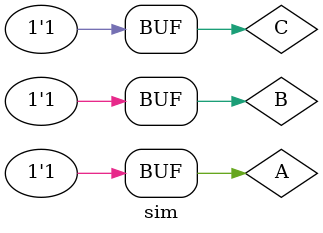
<source format=v>
`timescale 1ns / 1ps


module sim(
    );
    reg A,B,C; 
    wire H,I,J,Cout;
    twos_comp U1(A,B,C,H,I,J,Cout);
    initial
    begin
        A = 1'b0;
		B = 1'b0;
        C = 1'b0;
        #100
		A = 1'b0;
        B = 1'b0;
        C = 1'b1;
        #100
		A = 1'b0;
        B = 1'b1;
        C = 1'b0;
        #100
		A = 1'b0;
        B = 1'b1;
        C = 1'b1;
        #100
        A = 1'b1;
		B = 1'b0;
        C = 1'b0;
        #100
		A = 1'b1;
        B = 1'b0;
        C = 1'b1;
        #100
		A = 1'b1;
        B = 1'b1;
        C = 1'b0;
        #100
		A = 1'b1;
        B = 1'b1;
        C = 1'b1;
    end
endmodule

</source>
